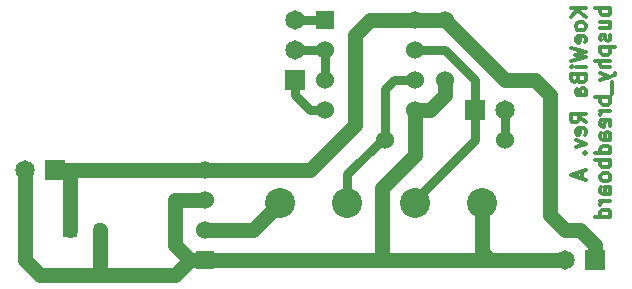
<source format=gbl>
G04 (created by PCBNEW (2013-jul-07)-stable) date So 31 Mai 2015 13:33:00 CEST*
%MOIN*%
G04 Gerber Fmt 3.4, Leading zero omitted, Abs format*
%FSLAX34Y34*%
G01*
G70*
G90*
G04 APERTURE LIST*
%ADD10C,0.00590551*%
%ADD11C,0.012*%
%ADD12C,0.1*%
%ADD13R,0.065X0.065*%
%ADD14C,0.065*%
%ADD15R,0.06X0.06*%
%ADD16C,0.06*%
%ADD17R,0.05X0.05*%
%ADD18C,0.05*%
%ADD19C,0.05*%
%ADD20C,0.03*%
G04 APERTURE END LIST*
G54D10*
G54D11*
X63702Y-44619D02*
X63202Y-44619D01*
X63702Y-44904D02*
X63416Y-44690D01*
X63202Y-44904D02*
X63488Y-44619D01*
X63702Y-45190D02*
X63678Y-45142D01*
X63654Y-45119D01*
X63607Y-45095D01*
X63464Y-45095D01*
X63416Y-45119D01*
X63392Y-45142D01*
X63369Y-45190D01*
X63369Y-45261D01*
X63392Y-45309D01*
X63416Y-45333D01*
X63464Y-45357D01*
X63607Y-45357D01*
X63654Y-45333D01*
X63678Y-45309D01*
X63702Y-45261D01*
X63702Y-45190D01*
X63678Y-45761D02*
X63702Y-45714D01*
X63702Y-45619D01*
X63678Y-45571D01*
X63630Y-45547D01*
X63440Y-45547D01*
X63392Y-45571D01*
X63369Y-45619D01*
X63369Y-45714D01*
X63392Y-45761D01*
X63440Y-45785D01*
X63488Y-45785D01*
X63535Y-45547D01*
X63202Y-45952D02*
X63702Y-46071D01*
X63345Y-46166D01*
X63702Y-46261D01*
X63202Y-46380D01*
X63702Y-46571D02*
X63369Y-46571D01*
X63202Y-46571D02*
X63226Y-46547D01*
X63250Y-46571D01*
X63226Y-46595D01*
X63202Y-46571D01*
X63250Y-46571D01*
X63440Y-46976D02*
X63464Y-47047D01*
X63488Y-47071D01*
X63535Y-47095D01*
X63607Y-47095D01*
X63654Y-47071D01*
X63678Y-47047D01*
X63702Y-47000D01*
X63702Y-46809D01*
X63202Y-46809D01*
X63202Y-46976D01*
X63226Y-47023D01*
X63250Y-47047D01*
X63297Y-47071D01*
X63345Y-47071D01*
X63392Y-47047D01*
X63416Y-47023D01*
X63440Y-46976D01*
X63440Y-46809D01*
X63702Y-47523D02*
X63440Y-47523D01*
X63392Y-47500D01*
X63369Y-47452D01*
X63369Y-47357D01*
X63392Y-47309D01*
X63678Y-47523D02*
X63702Y-47476D01*
X63702Y-47357D01*
X63678Y-47309D01*
X63630Y-47285D01*
X63583Y-47285D01*
X63535Y-47309D01*
X63511Y-47357D01*
X63511Y-47476D01*
X63488Y-47523D01*
X63702Y-48428D02*
X63464Y-48261D01*
X63702Y-48142D02*
X63202Y-48142D01*
X63202Y-48333D01*
X63226Y-48380D01*
X63250Y-48404D01*
X63297Y-48428D01*
X63369Y-48428D01*
X63416Y-48404D01*
X63440Y-48380D01*
X63464Y-48333D01*
X63464Y-48142D01*
X63678Y-48833D02*
X63702Y-48785D01*
X63702Y-48690D01*
X63678Y-48642D01*
X63630Y-48619D01*
X63440Y-48619D01*
X63392Y-48642D01*
X63369Y-48690D01*
X63369Y-48785D01*
X63392Y-48833D01*
X63440Y-48857D01*
X63488Y-48857D01*
X63535Y-48619D01*
X63369Y-49023D02*
X63702Y-49142D01*
X63369Y-49261D01*
X63654Y-49452D02*
X63678Y-49476D01*
X63702Y-49452D01*
X63678Y-49428D01*
X63654Y-49452D01*
X63702Y-49452D01*
X63559Y-50047D02*
X63559Y-50285D01*
X63702Y-50000D02*
X63202Y-50166D01*
X63702Y-50333D01*
X64522Y-44619D02*
X64022Y-44619D01*
X64212Y-44619D02*
X64189Y-44666D01*
X64189Y-44761D01*
X64212Y-44809D01*
X64236Y-44833D01*
X64284Y-44857D01*
X64427Y-44857D01*
X64474Y-44833D01*
X64498Y-44809D01*
X64522Y-44761D01*
X64522Y-44666D01*
X64498Y-44619D01*
X64189Y-45285D02*
X64522Y-45285D01*
X64189Y-45071D02*
X64450Y-45071D01*
X64498Y-45095D01*
X64522Y-45142D01*
X64522Y-45214D01*
X64498Y-45261D01*
X64474Y-45285D01*
X64498Y-45500D02*
X64522Y-45547D01*
X64522Y-45642D01*
X64498Y-45690D01*
X64450Y-45714D01*
X64427Y-45714D01*
X64379Y-45690D01*
X64355Y-45642D01*
X64355Y-45571D01*
X64331Y-45523D01*
X64284Y-45500D01*
X64260Y-45500D01*
X64212Y-45523D01*
X64189Y-45571D01*
X64189Y-45642D01*
X64212Y-45690D01*
X64189Y-45928D02*
X64689Y-45928D01*
X64212Y-45928D02*
X64189Y-45976D01*
X64189Y-46071D01*
X64212Y-46119D01*
X64236Y-46142D01*
X64284Y-46166D01*
X64427Y-46166D01*
X64474Y-46142D01*
X64498Y-46119D01*
X64522Y-46071D01*
X64522Y-45976D01*
X64498Y-45928D01*
X64522Y-46380D02*
X64022Y-46380D01*
X64522Y-46595D02*
X64260Y-46595D01*
X64212Y-46571D01*
X64189Y-46523D01*
X64189Y-46452D01*
X64212Y-46404D01*
X64236Y-46380D01*
X64189Y-46785D02*
X64522Y-46904D01*
X64189Y-47023D02*
X64522Y-46904D01*
X64641Y-46857D01*
X64665Y-46833D01*
X64689Y-46785D01*
X64570Y-47095D02*
X64570Y-47476D01*
X64522Y-47595D02*
X64022Y-47595D01*
X64212Y-47595D02*
X64189Y-47642D01*
X64189Y-47738D01*
X64212Y-47785D01*
X64236Y-47809D01*
X64284Y-47833D01*
X64427Y-47833D01*
X64474Y-47809D01*
X64498Y-47785D01*
X64522Y-47738D01*
X64522Y-47642D01*
X64498Y-47595D01*
X64522Y-48047D02*
X64189Y-48047D01*
X64284Y-48047D02*
X64236Y-48071D01*
X64212Y-48095D01*
X64189Y-48142D01*
X64189Y-48190D01*
X64498Y-48547D02*
X64522Y-48500D01*
X64522Y-48404D01*
X64498Y-48357D01*
X64450Y-48333D01*
X64260Y-48333D01*
X64212Y-48357D01*
X64189Y-48404D01*
X64189Y-48500D01*
X64212Y-48547D01*
X64260Y-48571D01*
X64308Y-48571D01*
X64355Y-48333D01*
X64522Y-49000D02*
X64260Y-49000D01*
X64212Y-48976D01*
X64189Y-48928D01*
X64189Y-48833D01*
X64212Y-48785D01*
X64498Y-49000D02*
X64522Y-48952D01*
X64522Y-48833D01*
X64498Y-48785D01*
X64450Y-48761D01*
X64403Y-48761D01*
X64355Y-48785D01*
X64331Y-48833D01*
X64331Y-48952D01*
X64308Y-49000D01*
X64522Y-49452D02*
X64022Y-49452D01*
X64498Y-49452D02*
X64522Y-49404D01*
X64522Y-49309D01*
X64498Y-49261D01*
X64474Y-49238D01*
X64427Y-49214D01*
X64284Y-49214D01*
X64236Y-49238D01*
X64212Y-49261D01*
X64189Y-49309D01*
X64189Y-49404D01*
X64212Y-49452D01*
X64522Y-49690D02*
X64022Y-49690D01*
X64212Y-49690D02*
X64189Y-49738D01*
X64189Y-49833D01*
X64212Y-49880D01*
X64236Y-49904D01*
X64284Y-49928D01*
X64427Y-49928D01*
X64474Y-49904D01*
X64498Y-49880D01*
X64522Y-49833D01*
X64522Y-49738D01*
X64498Y-49690D01*
X64522Y-50214D02*
X64498Y-50166D01*
X64474Y-50142D01*
X64427Y-50119D01*
X64284Y-50119D01*
X64236Y-50142D01*
X64212Y-50166D01*
X64189Y-50214D01*
X64189Y-50285D01*
X64212Y-50333D01*
X64236Y-50357D01*
X64284Y-50380D01*
X64427Y-50380D01*
X64474Y-50357D01*
X64498Y-50333D01*
X64522Y-50285D01*
X64522Y-50214D01*
X64522Y-50809D02*
X64260Y-50809D01*
X64212Y-50785D01*
X64189Y-50738D01*
X64189Y-50642D01*
X64212Y-50595D01*
X64498Y-50809D02*
X64522Y-50761D01*
X64522Y-50642D01*
X64498Y-50595D01*
X64450Y-50571D01*
X64403Y-50571D01*
X64355Y-50595D01*
X64331Y-50642D01*
X64331Y-50761D01*
X64308Y-50809D01*
X64522Y-51047D02*
X64189Y-51047D01*
X64284Y-51047D02*
X64236Y-51071D01*
X64212Y-51095D01*
X64189Y-51142D01*
X64189Y-51190D01*
X64522Y-51571D02*
X64022Y-51571D01*
X64498Y-51571D02*
X64522Y-51523D01*
X64522Y-51428D01*
X64498Y-51380D01*
X64474Y-51357D01*
X64427Y-51333D01*
X64284Y-51333D01*
X64236Y-51357D01*
X64212Y-51380D01*
X64189Y-51428D01*
X64189Y-51523D01*
X64212Y-51571D01*
G54D12*
X53500Y-51120D03*
X55750Y-51120D03*
X58000Y-51120D03*
X60250Y-51120D03*
G54D13*
X54000Y-47000D03*
G54D14*
X54000Y-46000D03*
X54000Y-45000D03*
G54D13*
X60000Y-48000D03*
G54D14*
X61000Y-48000D03*
G54D13*
X46000Y-50000D03*
G54D14*
X45000Y-50000D03*
G54D13*
X64000Y-53000D03*
G54D14*
X63000Y-53000D03*
G54D15*
X55000Y-45000D03*
G54D16*
X55000Y-46000D03*
X55000Y-47000D03*
X58000Y-47000D03*
X58000Y-46000D03*
X58000Y-45000D03*
X55000Y-48000D03*
X58000Y-48000D03*
X59000Y-45000D03*
X59000Y-47000D03*
G54D15*
X51000Y-53000D03*
G54D16*
X51000Y-52000D03*
X51000Y-51000D03*
X51000Y-50000D03*
X57000Y-49000D03*
X61000Y-49000D03*
G54D17*
X46508Y-52000D03*
G54D18*
X47492Y-52000D03*
G54D19*
X51000Y-52000D02*
X52620Y-52000D01*
X52620Y-52000D02*
X53500Y-51120D01*
G54D20*
X57000Y-49000D02*
X56900Y-49000D01*
X55750Y-50150D02*
X55750Y-51120D01*
X56900Y-49000D02*
X55750Y-50150D01*
X58000Y-47000D02*
X57300Y-47000D01*
X57000Y-47300D02*
X57000Y-49000D01*
X57300Y-47000D02*
X57000Y-47300D01*
X60000Y-48000D02*
X60000Y-47000D01*
X59000Y-46000D02*
X60000Y-47000D01*
X59000Y-46000D02*
X58000Y-46000D01*
X58000Y-51120D02*
X58000Y-51000D01*
X60000Y-49000D02*
X60000Y-48000D01*
X58000Y-51000D02*
X60000Y-49000D01*
G54D19*
X47492Y-52000D02*
X47492Y-53500D01*
X47492Y-53500D02*
X47500Y-53500D01*
X45000Y-50000D02*
X45000Y-53000D01*
X50000Y-53500D02*
X50500Y-53000D01*
X45500Y-53500D02*
X47500Y-53500D01*
X47500Y-53500D02*
X50000Y-53500D01*
X45000Y-53000D02*
X45500Y-53500D01*
X59000Y-47000D02*
X59000Y-47500D01*
X58500Y-48000D02*
X58000Y-48000D01*
X59000Y-47500D02*
X58500Y-48000D01*
X58000Y-48000D02*
X58000Y-49500D01*
X56900Y-50600D02*
X56900Y-53000D01*
X58000Y-49500D02*
X56900Y-50600D01*
X51000Y-53000D02*
X50500Y-53000D01*
X50000Y-52500D02*
X50000Y-51000D01*
X50500Y-53000D02*
X50000Y-52500D01*
X51000Y-51000D02*
X50000Y-51000D01*
X51000Y-53000D02*
X56900Y-53000D01*
X56900Y-53000D02*
X60500Y-53000D01*
X63000Y-53000D02*
X60500Y-53000D01*
X60250Y-52750D02*
X60250Y-51120D01*
X60500Y-53000D02*
X60250Y-52750D01*
G54D20*
X55000Y-47000D02*
X55000Y-46000D01*
X54000Y-46000D02*
X55000Y-46000D01*
X54000Y-45000D02*
X55000Y-45000D01*
X55000Y-48000D02*
X54500Y-48000D01*
X54000Y-47500D02*
X54000Y-47000D01*
X54500Y-48000D02*
X54000Y-47500D01*
X61000Y-48000D02*
X61000Y-49000D01*
G54D19*
X46508Y-52000D02*
X46508Y-50000D01*
X46508Y-50000D02*
X46500Y-50000D01*
X51000Y-50000D02*
X46500Y-50000D01*
X46500Y-50000D02*
X46000Y-50000D01*
X59000Y-45000D02*
X61000Y-47000D01*
X64000Y-52500D02*
X64000Y-53000D01*
X63500Y-52000D02*
X64000Y-52500D01*
X63000Y-52000D02*
X63500Y-52000D01*
X62500Y-51500D02*
X63000Y-52000D01*
X62500Y-47500D02*
X62500Y-51500D01*
X62000Y-47000D02*
X62500Y-47500D01*
X61000Y-47000D02*
X62000Y-47000D01*
X58000Y-45000D02*
X59000Y-45000D01*
X51000Y-50000D02*
X54500Y-50000D01*
X56500Y-45000D02*
X58000Y-45000D01*
X56000Y-45500D02*
X56500Y-45000D01*
X56000Y-48500D02*
X56000Y-45500D01*
X54500Y-50000D02*
X56000Y-48500D01*
M02*

</source>
